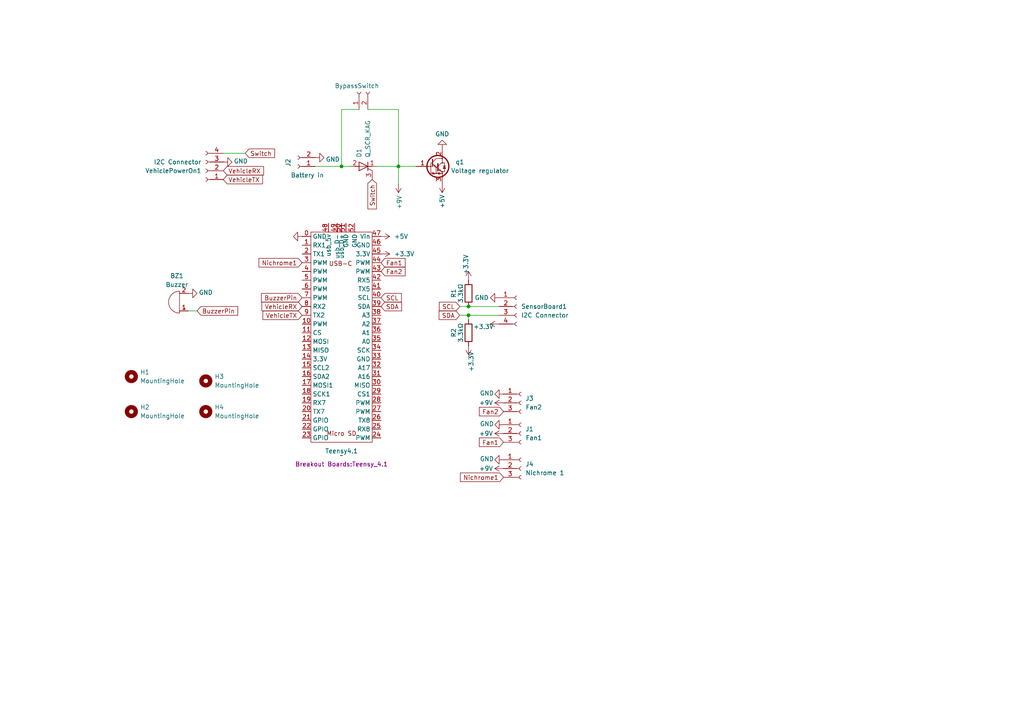
<source format=kicad_sch>
(kicad_sch (version 20231120) (generator "eeschema") (generator_version "8.0")
  (paper "A4")
  (lib_symbols
    (symbol "Breakout Boards:Teensy_4.1"
      (property "Reference" "Teensy4.1" (at 0 0 90))
      (property "Footprint" "Breakout Boards:Teensy_4.1" (at -0.254 36.322 0))
      (symbol "Teensy_4.1_0_1"
        (rectangle (start -8.89 30.48) (end 8.89 -30.48))
      )
      (symbol "Teensy_4.1_1_1"
        (text "Micro SD" (at 0 -27.94 0) (effects (font (size 1.27 1.27))))
        (text "USB-C" (at -0.254 21.336 0) (effects (font (size 1.27 1.27))))
        (pin input line (at -11.43 29.21 0) (length 2.54) (name "GND") (number "0"))
        (pin input line (at -11.43 26.67 0) (length 2.54) (name "RX1") (number "1"))
        (pin input line (at -11.43 3.81 0) (length 2.54) (name "PWM") (number "10"))
        (pin input line (at -11.43 1.27 0) (length 2.54) (name "CS") (number "11"))
        (pin input line (at -11.43 -1.27 0) (length 2.54) (name "MOSI") (number "12"))
        (pin input line (at -11.43 -3.81 0) (length 2.54) (name "MISO") (number "13"))
        (pin input line (at -11.43 -6.35 0) (length 2.54) (name "3.3V") (number "14"))
        (pin input line (at -11.43 -8.89 0) (length 2.54) (name "SCL2") (number "15"))
        (pin input line (at -11.43 -11.43 0) (length 2.54) (name "SDA2") (number "16"))
        (pin input line (at -11.43 -13.97 0) (length 2.54) (name "MOSI1") (number "17"))
        (pin input line (at -11.43 -16.51 0) (length 2.54) (name "SCK1") (number "18"))
        (pin input line (at -11.43 -19.05 0) (length 2.54) (name "RX7") (number "19"))
        (pin input line (at -11.43 24.13 0) (length 2.54) (name "TX1") (number "2"))
        (pin input line (at -11.43 -21.59 0) (length 2.54) (name "TX7") (number "20"))
        (pin input line (at -11.43 -24.13 0) (length 2.54) (name "GPIO") (number "21"))
        (pin input line (at -11.43 -26.67 0) (length 2.54) (name "GPIO") (number "22"))
        (pin input line (at -11.43 -29.21 0) (length 2.54) (name "GPIO") (number "23"))
        (pin input line (at 11.43 -29.21 180) (length 2.54) (name "PWM") (number "24"))
        (pin input line (at 11.43 -26.67 180) (length 2.54) (name "RX8") (number "25"))
        (pin input line (at 11.43 -24.13 180) (length 2.54) (name "TX8") (number "26"))
        (pin input line (at 11.43 -21.59 180) (length 2.54) (name "PWM") (number "27"))
        (pin input line (at 11.43 -19.05 180) (length 2.54) (name "PWM") (number "28"))
        (pin input line (at 11.43 -16.51 180) (length 2.54) (name "CS1") (number "29"))
        (pin input line (at -11.43 21.59 0) (length 2.54) (name "PWM") (number "3"))
        (pin input line (at 11.43 -13.97 180) (length 2.54) (name "MISO") (number "30"))
        (pin input line (at 11.43 -11.43 180) (length 2.54) (name "A16") (number "31"))
        (pin input line (at 11.43 -8.89 180) (length 2.54) (name "A17") (number "32"))
        (pin input line (at 11.43 -6.35 180) (length 2.54) (name "GND") (number "33"))
        (pin input line (at 11.43 -3.81 180) (length 2.54) (name "SCK") (number "34"))
        (pin input line (at 11.43 -1.27 180) (length 2.54) (name "A0") (number "35"))
        (pin input line (at 11.43 1.27 180) (length 2.54) (name "A1") (number "36"))
        (pin input line (at 11.43 3.81 180) (length 2.54) (name "A2") (number "37"))
        (pin input line (at 11.43 6.35 180) (length 2.54) (name "A3") (number "38"))
        (pin input line (at 11.43 8.89 180) (length 2.54) (name "SDA") (number "39"))
        (pin input line (at -11.43 19.05 0) (length 2.54) (name "PWM") (number "4"))
        (pin input line (at 11.43 11.43 180) (length 2.54) (name "SCL") (number "40"))
        (pin input line (at 11.43 13.97 180) (length 2.54) (name "TX5") (number "41"))
        (pin input line (at 11.43 16.51 180) (length 2.54) (name "RX5") (number "42"))
        (pin input line (at 11.43 19.05 180) (length 2.54) (name "PWM") (number "43"))
        (pin input line (at 11.43 21.59 180) (length 2.54) (name "PWM") (number "44"))
        (pin input line (at 11.43 24.13 180) (length 2.54) (name "3.3V") (number "45"))
        (pin input line (at 11.43 26.67 180) (length 2.54) (name "GND") (number "46"))
        (pin input line (at 11.43 29.21 180) (length 2.54) (name "Vin") (number "47"))
        (pin input line (at -3.81 33.02 270) (length 2.54) (name "usb_5v") (number "48"))
        (pin input line (at -1.27 33.02 270) (length 2.54) (name "usb_D-") (number "49"))
        (pin input line (at -11.43 16.51 0) (length 2.54) (name "PWM") (number "5"))
        (pin input line (at 0 33.02 270) (length 2.54) (name "usb_D+") (number "50"))
        (pin input line (at 1.27 33.02 270) (length 2.54) (name "GND") (number "51"))
        (pin input line (at 3.81 33.02 270) (length 2.54) (name "GND") (number "52"))
        (pin input line (at -11.43 13.97 0) (length 2.54) (name "PWM") (number "6"))
        (pin input line (at -11.43 11.43 0) (length 2.54) (name "PWM") (number "7"))
        (pin input line (at -11.43 8.89 0) (length 2.54) (name "RX2") (number "8"))
        (pin input line (at -11.43 6.35 0) (length 2.54) (name "TX2") (number "9"))
      )
    )
    (symbol "Connector:Conn_01x02_Socket" (pin_names (offset 1.016) hide)
      (property "Reference" "J" (at 0 2.54 0))
      (property "Value" "Conn_01x02_Socket" (at 0 -5.08 0))
      (symbol "Conn_01x02_Socket_1_1"
        (arc (start 0 -2.032) (mid -0.5058 -2.54) (end 0 -3.048) (stroke (width 0.1524)))
        (polyline (pts (xy -1.27 -2.54) (xy -0.508 -2.54)) (stroke (width 0.1524)))
        (polyline (pts (xy -1.27 0) (xy -0.508 0)) (stroke (width 0.1524)))
        (arc (start 0 0.508) (mid -0.5058 0) (end 0 -0.508) (stroke (width 0.1524)))
        (pin passive line (at -5.08 0 0) (length 3.81) (name "Pin_1") (number "1"))
        (pin passive line (at -5.08 -2.54 0) (length 3.81) (name "Pin_2") (number "2"))
      )
    )
    (symbol "Connector:Conn_01x03_Socket" (pin_names (offset 1.016) hide)
      (property "Reference" "J" (at 0 5.08 0))
      (property "Value" "Conn_01x03_Socket" (at 0 -5.08 0))
      (symbol "Conn_01x03_Socket_1_1"
        (arc (start 0 -2.032) (mid -0.5058 -2.54) (end 0 -3.048) (stroke (width 0.1524)))
        (polyline (pts (xy -1.27 -2.54) (xy -0.508 -2.54)) (stroke (width 0.1524)))
        (polyline (pts (xy -1.27 0) (xy -0.508 0)) (stroke (width 0.1524)))
        (polyline (pts (xy -1.27 2.54) (xy -0.508 2.54)) (stroke (width 0.1524)))
        (arc (start 0 0.508) (mid -0.5058 0) (end 0 -0.508) (stroke (width 0.1524)))
        (arc (start 0 3.048) (mid -0.5058 2.54) (end 0 2.032) (stroke (width 0.1524)))
        (pin passive line (at -5.08 2.54 0) (length 3.81) (name "Pin_1") (number "1"))
        (pin passive line (at -5.08 0 0) (length 3.81) (name "Pin_2") (number "2"))
        (pin passive line (at -5.08 -2.54 0) (length 3.81) (name "Pin_3") (number "3"))
      )
    )
    (symbol "Connector:Conn_01x04_Socket" (pin_names (offset 1.016) hide)
      (property "Reference" "J" (at 0 5.08 0))
      (property "Value" "Conn_01x04_Socket" (at 0 -7.62 0))
      (symbol "Conn_01x04_Socket_1_1"
        (arc (start 0 -4.572) (mid -0.5058 -5.08) (end 0 -5.588) (stroke (width 0.1524)))
        (arc (start 0 -2.032) (mid -0.5058 -2.54) (end 0 -3.048) (stroke (width 0.1524)))
        (polyline (pts (xy -1.27 -5.08) (xy -0.508 -5.08)) (stroke (width 0.1524)))
        (polyline (pts (xy -1.27 -2.54) (xy -0.508 -2.54)) (stroke (width 0.1524)))
        (polyline (pts (xy -1.27 0) (xy -0.508 0)) (stroke (width 0.1524)))
        (polyline (pts (xy -1.27 2.54) (xy -0.508 2.54)) (stroke (width 0.1524)))
        (arc (start 0 0.508) (mid -0.5058 0) (end 0 -0.508) (stroke (width 0.1524)))
        (arc (start 0 3.048) (mid -0.5058 2.54) (end 0 2.032) (stroke (width 0.1524)))
        (pin passive line (at -5.08 2.54 0) (length 3.81) (name "Pin_1") (number "1"))
        (pin passive line (at -5.08 0 0) (length 3.81) (name "Pin_2") (number "2"))
        (pin passive line (at -5.08 -2.54 0) (length 3.81) (name "Pin_3") (number "3"))
        (pin passive line (at -5.08 -5.08 0) (length 3.81) (name "Pin_4") (number "4"))
      )
    )
    (symbol "Device:Buzzer" (pin_names (offset 0.0254) hide)
      (property "Reference" "BZ" (at 3.81 1.27 0))
      (property "Value" "Buzzer" (at 3.81 -1.27 0))
      (symbol "Buzzer_0_1"
        (arc (start 0 -3.175) (mid 3.1612 0) (end 0 3.175))
        (polyline (pts (xy -1.651 1.905) (xy -1.143 1.905)))
        (polyline (pts (xy -1.397 2.159) (xy -1.397 1.651)))
        (polyline (pts (xy 0 3.175) (xy 0 -3.175)))
      )
      (symbol "Buzzer_1_1"
        (pin passive line (at -2.54 2.54 0) (length 2.54) (name "-") (number "1"))
        (pin passive line (at -2.54 -2.54 0) (length 2.54) (name "+") (number "2"))
      )
    )
    (symbol "Device:Q_SCR_KAG" (pin_names (offset 0) hide)
      (property "Reference" "D" (at 1.905 0.635 0))
      (property "Value" "Q_SCR_KAG" (at 1.905 -1.27 0))
      (symbol "Q_SCR_KAG_0_1"
        (polyline (pts (xy -1.27 -2.54) (xy -0.635 -1.27)))
        (polyline (pts (xy -1.27 -1.27) (xy 1.27 -1.27)) (stroke (width 0.2032)))
        (polyline (pts (xy 0 -2.54) (xy 0 2.54)))
        (polyline (pts (xy -1.27 1.27) (xy 1.27 1.27) (xy 0 -1.27) (xy -1.27 1.27)) (stroke (width 0.2032)))
      )
      (symbol "Q_SCR_KAG_1_1"
        (pin passive line (at 0 -3.81 90) (length 2.54) (name "K") (number "1"))
        (pin passive line (at 0 3.81 270) (length 2.54) (name "A") (number "2"))
        (pin input line (at -3.81 -2.54 0) (length 2.54) (name "G") (number "3"))
      )
    )
    (symbol "Device:R" (pin_numbers hide) (pin_names (offset 0))
      (property "Reference" "R" (at 2.032 0 90))
      (property "Value" "R" (at 0 0 90))
      (symbol "R_0_1"
        (rectangle (start -1.016 -2.54) (end 1.016 2.54) (stroke (width 0.254)))
      )
      (symbol "R_1_1"
        (pin passive line (at 0 3.81 270) (length 1.27) (name "~") (number "1"))
        (pin passive line (at 0 -3.81 90) (length 1.27) (name "~") (number "2"))
      )
    )
    (symbol "Mechanical:MountingHole" (pin_names (offset 1.016))
      (property "Reference" "H" (at 0 5.08 0))
      (property "Value" "MountingHole" (at 0 3.175 0))
      (symbol "MountingHole_0_1"
        (circle (center 0 0) (radius 1.27) (stroke (width 1.27)))
      )
    )
    (symbol "Transistor_BJT:TIP120" (pin_names (offset 0) hide)
      (property "Reference" "Q" (at 5.08 1.905 0))
      (property "Value" "TIP120" (at 5.08 0 0))
      (symbol "TIP120_0_1"
        (circle (center -0.762 0) (radius 0.127))
        (polyline (pts (xy -1.27 0) (xy -0.889 0)))
        (polyline (pts (xy 2.54 -2.032) (xy 2.54 -2.54)))
        (polyline (pts (xy 2.54 -1.524) (xy 3.175 -1.524)))
        (polyline (pts (xy 2.794 0.127) (xy 3.556 0.127)))
        (polyline (pts (xy 3.175 -0.635) (xy 3.175 -1.524)))
        (polyline (pts (xy 3.175 1.016) (xy 2.54 1.016)))
        (polyline (pts (xy 3.175 1.016) (xy 3.175 0.127)))
        (polyline (pts (xy -0.254 0.762) (xy 0.762 -0.254) (xy 1.27 -0.254)))
        (polyline (pts (xy -0.254 1.016) (xy -0.762 1.016) (xy -0.762 -2.032)))
        (polyline (pts (xy -0.254 1.27) (xy 0.762 2.286) (xy 2.54 2.286)))
        (polyline (pts (xy -0.254 2.032) (xy -0.254 0) (xy -0.254 0)) (stroke (width 0.3048)))
        (polyline (pts (xy 1.27 0.762) (xy 1.27 -1.27) (xy 1.27 -1.27)) (stroke (width 0.381)))
        (polyline (pts (xy 0.635 -0.127) (xy 0.381 0.381) (xy 0.127 0.127) (xy 0.635 -0.127)))
        (polyline (pts (xy 1.27 -0.508) (xy 2.286 -1.524) (xy 2.54 -1.524) (xy 2.54 -2.032)))
        (polyline (pts (xy 1.27 0) (xy 2.286 1.016) (xy 2.54 1.016) (xy 2.54 2.286)))
        (polyline (pts (xy 2.159 -1.397) (xy 1.905 -0.889) (xy 1.651 -1.143) (xy 2.159 -1.397)))
        (polyline (pts (xy 3.175 0.127) (xy 2.794 -0.635) (xy 3.556 -0.635) (xy 3.175 0.127)) (fill (type outline)))
        (polyline (pts (xy 0.762 -2.032) (xy 0.381 -2.032) (xy 0.254 -2.286) (xy 0.127 -1.778) (xy 0 -2.286) (xy -0.127 -1.778) (xy -0.254 -2.286) (xy -0.381 -1.778) (xy -0.508 -2.032) (xy -0.762 -2.032)))
        (polyline (pts (xy 0.762 -0.254) (xy 0.762 -2.032) (xy 1.143 -2.032) (xy 1.27 -1.778) (xy 1.397 -2.286) (xy 1.524 -1.778) (xy 1.651 -2.286) (xy 1.778 -1.778) (xy 1.905 -2.286) (xy 2.032 -2.032) (xy 2.54 -2.032)))
        (circle (center 0.762 -2.032) (radius 0.127))
        (circle (center 0.762 -0.254) (radius 0.127))
        (circle (center 1.27 0) (radius 3.175) (stroke (width 0.3556)))
        (circle (center 2.54 -2.032) (radius 0.127))
        (circle (center 2.54 -1.524) (radius 0.127))
        (circle (center 2.54 1.016) (radius 0.127))
        (circle (center 2.54 2.286) (radius 0.127))
      )
      (symbol "TIP120_1_1"
        (pin input line (at -5.08 0 0) (length 3.81) (name "B") (number "1"))
        (pin passive line (at 2.54 5.08 270) (length 2.667) (name "C") (number "2"))
        (pin passive line (at 2.54 -5.08 90) (length 2.54) (name "E") (number "3"))
      )
    )
    (symbol "power:+3.3V" (power) (pin_names (offset 0))
      (property "Value" "+3.3V" (at 0 3.556 0))
      (symbol "+3.3V_0_1"
        (polyline (pts (xy -0.762 1.27) (xy 0 2.54)))
        (polyline (pts (xy 0 0) (xy 0 2.54)))
        (polyline (pts (xy 0 2.54) (xy 0.762 1.27)))
      )
      (symbol "+3.3V_1_1"
        (pin power_in line (at 0 0 90) (length 0) hide (name "+3.3V") (number "1"))
      )
    )
    (symbol "power:+5V" (power) (pin_names (offset 0))
      (property "Value" "+5V" (at 0 3.556 0))
      (symbol "+5V_0_1"
        (polyline (pts (xy -0.762 1.27) (xy 0 2.54)))
        (polyline (pts (xy 0 0) (xy 0 2.54)))
        (polyline (pts (xy 0 2.54) (xy 0.762 1.27)))
      )
      (symbol "+5V_1_1"
        (pin power_in line (at 0 0 90) (length 0) hide (name "+5V") (number "1"))
      )
    )
    (symbol "power:+9V" (power) (pin_names (offset 0))
      (property "Value" "+9V" (at 0 3.556 0))
      (symbol "+9V_0_1"
        (polyline (pts (xy -0.762 1.27) (xy 0 2.54)))
        (polyline (pts (xy 0 0) (xy 0 2.54)))
        (polyline (pts (xy 0 2.54) (xy 0.762 1.27)))
      )
      (symbol "+9V_1_1"
        (pin power_in line (at 0 0 90) (length 0) hide (name "+9V") (number "1"))
      )
    )
    (symbol "power:GND" (power) (pin_numbers hide) (pin_names (offset 0) hide)
      (property "Value" "GND" (at 0 -3.81 0))
      (symbol "GND_0_1"
        (polyline (pts (xy 0 0) (xy 0 -1.27) (xy 1.27 -1.27) (xy 0 -2.54) (xy -1.27 -1.27) (xy 0 -1.27)))
      )
      (symbol "GND_1_1"
        (pin power_in line (at 0 0 270) (length 0) (name "~") (number "1"))
      )
    )
  )
  (junction (at 115.57 48.26))
  (junction (at 99.06 48.26))
  (junction (at 135.89 88.9))
  (junction (at 135.89 91.44))
  (wire (pts (xy 115.57 31.75) (xy 115.57 48.26)))
  (wire (pts (xy 99.06 48.26) (xy 91.44 48.26)))
  (wire (pts (xy 135.89 92.71) (xy 135.89 91.44)))
  (wire (pts (xy 135.89 91.44) (xy 144.78 91.44)))
  (wire (pts (xy 99.06 31.75) (xy 104.14 31.75)))
  (wire (pts (xy 133.35 91.44) (xy 135.89 91.44)))
  (wire (pts (xy 106.68 31.75) (xy 115.57 31.75)))
  (wire (pts (xy 115.57 48.26) (xy 120.65 48.26)))
  (wire (pts (xy 101.6 48.26) (xy 99.06 48.26)))
  (wire (pts (xy 133.35 88.9) (xy 135.89 88.9)))
  (wire (pts (xy 135.89 88.9) (xy 144.78 88.9)))
  (wire (pts (xy 109.22 48.26) (xy 115.57 48.26)))
  (wire (pts (xy 115.57 53.34) (xy 115.57 48.26)))
  (wire (pts (xy 54.61 90.17) (xy 57.15 90.17)))
  (wire (pts (xy 71.12 44.45) (xy 64.77 44.45)))
  (wire (pts (xy 99.06 48.26) (xy 99.06 31.75)))
  (global_label "VehicleRX" (shape input) (at 64.77 49.53 0) (property "Intersheetrefs" "${INTERSHEET_REFS}" (effects (hide yes))))
  (global_label "VehicleRX" (shape input) (at 87.63 88.9 180) (property "Intersheetrefs" "${INTERSHEET_REFS}" (effects (hide yes))))
  (global_label "VehicleTX" (shape input) (at 64.77 52.07 0) (property "Intersheetrefs" "${INTERSHEET_REFS}" (effects (hide yes))))
  (global_label "SDA" (shape input) (at 110.49 88.9 0) (property "Intersheetrefs" "${INTERSHEET_REFS}" (effects (hide yes))))
  (global_label "Switch" (shape input) (at 71.12 44.45 0) (property "Intersheetrefs" "${INTERSHEET_REFS}" (effects (hide yes))))
  (global_label "Nichrome1" (shape input) (at 146.05 138.43 180) (property "Intersheetrefs" "${INTERSHEET_REFS}" (effects (hide yes))))
  (global_label "SDA" (shape input) (at 133.35 91.44 180) (property "Intersheetrefs" "${INTERSHEET_REFS}" (effects (hide yes))))
  (global_label "SCL" (shape input) (at 110.49 86.36 0) (property "Intersheetrefs" "${INTERSHEET_REFS}" (effects (hide yes))))
  (global_label "SCL" (shape input) (at 133.35 88.9 180) (property "Intersheetrefs" "${INTERSHEET_REFS}" (effects (hide yes))))
  (global_label "BuzzerPin" (shape input) (at 57.15 90.17 0) (property "Intersheetrefs" "${INTERSHEET_REFS}" (effects (hide yes))))
  (global_label "Nichrome1" (shape input) (at 87.63 76.2 180) (property "Intersheetrefs" "${INTERSHEET_REFS}" (effects (hide yes))))
  (global_label "Fan2" (shape input) (at 110.49 78.74 0) (property "Intersheetrefs" "${INTERSHEET_REFS}" (effects (hide yes))))
  (global_label "Fan1" (shape input) (at 110.49 76.2 0) (property "Intersheetrefs" "${INTERSHEET_REFS}" (effects (hide yes))))
  (global_label "Fan2" (shape input) (at 146.05 119.38 180) (property "Intersheetrefs" "${INTERSHEET_REFS}" (effects (hide yes))))
  (global_label "BuzzerPin" (shape input) (at 87.63 86.36 180) (property "Intersheetrefs" "${INTERSHEET_REFS}" (effects (hide yes))))
  (global_label "Switch" (shape input) (at 107.95 52.07 270) (property "Intersheetrefs" "${INTERSHEET_REFS}" (effects (hide yes))))
  (global_label "Fan1" (shape input) (at 146.05 128.27 180) (property "Intersheetrefs" "${INTERSHEET_REFS}" (effects (hide yes))))
  (global_label "VehicleTX" (shape input) (at 87.63 91.44 180) (property "Intersheetrefs" "${INTERSHEET_REFS}" (effects (hide yes))))
  (symbol (lib_id "Mechanical:MountingHole") (at 59.69 119.38 0) (unit 1)
    (property "Reference" "H4" (at 62.23 118.11 0) (effects (justify left)))
    (property "Value" "MountingHole" (at 62.23 120.65 0) (effects (justify left)))
    (property "Footprint" "MountingHole:MountingHole_3.2mm_M3" (effects (hide yes)))
  )
  (symbol (lib_id "Connector:Conn_01x02_Socket") (at 104.14 26.67 90) (unit 1)
    (property "Reference" "J5" (effects (hide yes)))
    (property "Value" "BypassSwitch" (at 109.982 24.892 90) (effects (justify left)))
    (property "Footprint" "Connector_JST:JST_XH_B2B-XH-A_1x02_P2.50mm_Vertical" (effects (hide yes)))
  )
  (symbol (lib_id "power:GND") (at 146.05 133.35 270) (unit 1)
    (property "Reference" "#PWR013" (effects (hide yes)))
    (property "Value" "GND" (at 141.224 133.096 90))
    (property "Description" "Power symbol creates a global label with name \"GND\" , ground" (effects (hide yes)))
  )
  (symbol (lib_id "power:GND") (at 54.61 85.09 90) (unit 1)
    (property "Reference" "#PWR02" (effects (hide yes)))
    (property "Value" "GND" (at 59.69 84.836 90))
    (property "Description" "Power symbol creates a global label with name \"GND\" , ground" (effects (hide yes)))
  )
  (symbol (lib_id "power:GND") (at 64.77 46.99 90) (unit 1)
    (property "Reference" "#PWR019" (effects (hide yes)))
    (property "Value" "GND" (at 69.85 46.736 90))
    (property "Description" "Power symbol creates a global label with name \"GND\" , ground" (effects (hide yes)))
  )
  (symbol (lib_id "Connector:Conn_01x03_Socket") (at 151.13 116.84 0) (unit 1)
    (property "Reference" "J3" (at 152.4 115.5699 0) (effects (justify left)))
    (property "Value" "Fan2" (at 152.4 118.1099 0) (effects (justify left)))
    (property "Footprint" "Connector_JST:JST_XH_B3B-XH-A_1x03_P2.50mm_Vertical" (effects (hide yes)))
  )
  (symbol (lib_id "Connector:Conn_01x02_Socket") (at 86.36 48.26 180) (unit 1)
    (property "Reference" "J2" (at 83.566 45.974 90) (effects (justify left)))
    (property "Value" "Battery in" (at 93.98 50.8 0) (effects (justify left)))
    (property "Footprint" "Connector_JST:JST_XH_B2B-XH-A_1x02_P2.50mm_Vertical" (effects (hide yes)))
  )
  (symbol (lib_id "power:+3.3V") (at 110.49 73.66 270) (unit 1)
    (property "Reference" "#PWR07" (effects (hide yes)))
    (property "Value" "+3.3V" (at 114.3 73.6599 90) (effects (justify left)))
  )
  (symbol (lib_id "Device:Buzzer") (at 52.07 87.63 180) (unit 1)
    (property "Reference" "BZ1" (at 51.3149 80.01 0))
    (property "Value" "Buzzer" (at 51.3149 82.55 0))
    (property "Footprint" "Buzzer_Beeper:Buzzer_12x9.5RM7.6" (effects (hide yes)))
  )
  (symbol (lib_id "Connector:Conn_01x03_Socket") (at 151.13 135.89 0) (unit 1)
    (property "Reference" "J4" (at 152.4 134.62 0) (effects (justify left)))
    (property "Value" "Nichrome 1" (at 152.4 137.16 0) (effects (justify left)))
    (property "Footprint" "Connector_JST:JST_XH_B3B-XH-A_1x03_P2.50mm_Vertical" (effects (hide yes)))
  )
  (symbol (lib_id "power:+3.3V") (at 144.78 93.98 90) (unit 1)
    (property "Reference" "#PWR018" (effects (hide yes)))
    (property "Value" "+3.3V" (at 140.208 94.742 90))
    (property "Description" "Power symbol creates a global label with name \"+3.3V\"" (effects (hide yes)))
  )
  (symbol (lib_id "Connector:Conn_01x03_Socket") (at 151.13 125.73 0) (unit 1)
    (property "Reference" "J1" (at 152.4 124.4599 0) (effects (justify left)))
    (property "Value" "Fan1" (at 152.4 126.9999 0) (effects (justify left)))
    (property "Footprint" "Connector_JST:JST_XH_B3B-XH-A_1x03_P2.50mm_Vertical" (effects (hide yes)))
  )
  (symbol (lib_id "power:+9V") (at 146.05 116.84 90) (unit 1)
    (property "Reference" "#PWR012" (effects (hide yes)))
    (property "Value" "+9V" (at 140.97 116.84 90))
  )
  (symbol (lib_id "Device:Q_SCR_KAG") (at 105.41 48.26 90) (unit 1)
    (property "Reference" "D1" (at 104.14 45.72 0) (effects (justify left)))
    (property "Value" "Q_SCR_KAG" (at 106.68 45.72 0) (effects (justify left)))
    (property "Footprint" "Package_TO_SOT_THT:TO-220-3_Vertical" (effects (hide yes)))
  )
  (symbol (lib_id "power:GND") (at 146.05 114.3 270) (unit 1)
    (property "Reference" "#PWR011" (effects (hide yes)))
    (property "Value" "GND" (at 141.224 114.046 90))
    (property "Description" "Power symbol creates a global label with name \"GND\" , ground" (effects (hide yes)))
  )
  (symbol (lib_id "Connector:Conn_01x04_Socket") (at 149.86 88.9 0) (unit 1)
    (property "Reference" "SensorBoard1" (at 151.13 88.8999 0) (effects (justify left)))
    (property "Value" "I2C Connector" (at 151.13 91.4399 0) (effects (justify left)))
    (property "Footprint" "Connector_JST:JST_XH_B4B-XH-A_1x04_P2.50mm_Vertical" (effects (hide yes)))
  )
  (symbol (lib_id "power:+3.3V") (at 135.89 81.28 0) (unit 1)
    (property "Reference" "#PWR015" (effects (hide yes)))
    (property "Value" "+3.3V" (at 135.128 76.708 90))
    (property "Description" "Power symbol creates a global label with name \"+3.3V\"" (effects (hide yes)))
  )
  (symbol (lib_id "power:GND") (at 144.78 86.36 270) (unit 1)
    (property "Reference" "#PWR017" (effects (hide yes)))
    (property "Value" "GND" (at 139.7 86.36 90))
    (property "Description" "Power symbol creates a global label with name \"GND\" , ground" (effects (hide yes)))
  )
  (symbol (lib_id "power:+9V") (at 115.57 53.34 180) (unit 1)
    (property "Reference" "#PWR08" (effects (hide yes)))
    (property "Value" "+9V" (at 115.824 58.674 90))
  )
  (symbol (lib_id "power:+5V") (at 110.49 68.58 270) (unit 1)
    (property "Reference" "#PWR06" (effects (hide yes)))
    (property "Value" "+5V" (at 114.3 68.5799 90) (effects (justify left)))
  )
  (symbol (lib_id "power:GND") (at 146.05 123.19 270) (unit 1)
    (property "Reference" "#PWR01" (effects (hide yes)))
    (property "Value" "GND" (at 141.224 122.936 90))
    (property "Description" "Power symbol creates a global label with name \"GND\" , ground" (effects (hide yes)))
  )
  (symbol (lib_id "Mechanical:MountingHole") (at 38.1 109.22 0) (unit 1)
    (property "Reference" "H1" (at 40.64 107.95 0) (effects (justify left)))
    (property "Value" "MountingHole" (at 40.64 110.49 0) (effects (justify left)))
    (property "Footprint" "MountingHole:MountingHole_3.2mm_M3" (effects (hide yes)))
  )
  (symbol (lib_id "Connector:Conn_01x04_Socket") (at 59.69 49.53 180) (unit 1)
    (property "Reference" "VehiclePowerOn1" (at 58.42 49.5301 0) (effects (justify left)))
    (property "Value" "I2C Connector" (at 58.42 46.9901 0) (effects (justify left)))
    (property "Footprint" "Connector_JST:JST_XH_B4B-XH-A_1x04_P2.50mm_Vertical" (effects (hide yes)))
  )
  (symbol (lib_id "Device:R") (at 135.89 85.09 180) (unit 1)
    (property "Reference" "R1" (at 131.572 85.09 90))
    (property "Value" "3.3kΩ" (at 133.604 85.09 90))
    (property "Footprint" "Resistor_SMD:R_0805_2012Metric_Pad1.20x1.40mm_HandSolder" (effects (hide yes)))
    (property "Description" "Resistor" (effects (hide yes)))
  )
  (symbol (lib_id "Mechanical:MountingHole") (at 59.69 110.49 0) (unit 1)
    (property "Reference" "H3" (at 62.23 109.22 0) (effects (justify left)))
    (property "Value" "MountingHole" (at 62.23 111.76 0) (effects (justify left)))
    (property "Footprint" "MountingHole:MountingHole_3.2mm_M3" (effects (hide yes)))
  )
  (symbol (lib_id "power:+3.3V") (at 135.89 100.33 180) (unit 1)
    (property "Reference" "#PWR016" (effects (hide yes)))
    (property "Value" "+3.3V" (at 136.652 104.902 90))
    (property "Description" "Power symbol creates a global label with name \"+3.3V\"" (effects (hide yes)))
  )
  (symbol (lib_id "power:GND") (at 128.27 43.18 180) (unit 1)
    (property "Reference" "#PWR09" (effects (hide yes)))
    (property "Value" "GND" (at 128.27 38.862 0))
    (property "Description" "Power symbol creates a global label with name \"GND\" , ground" (effects (hide yes)))
  )
  (symbol (lib_id "Transistor_BJT:TIP120") (at 125.73 48.26 0) (unit 1)
    (property "Reference" "q1" (at 132.08 46.99 0) (effects (justify left)))
    (property "Value" "Voltage regulator" (at 130.81 49.53 0) (effects (justify left)))
    (property "Footprint" "Package_TO_SOT_THT:TO-220-3_Vertical" (effects (hide yes)))
    (property "Datasheet" "https://www.onsemi.com/pub/Collateral/TIP120-D.PDF" (effects (hide yes)))
  )
  (symbol (lib_id "power:+5V") (at 128.27 53.34 180) (unit 1)
    (property "Reference" "#PWR010" (effects (hide yes)))
    (property "Value" "+5V" (at 128.27 58.42 90))
  )
  (symbol (lib_id "power:GND") (at 87.63 68.58 270) (unit 1)
    (property "Reference" "#PWR04" (effects (hide yes)))
    (property "Value" "GND" (effects (hide yes)))
    (property "Description" "Power symbol creates a global label with name \"GND\" , ground" (effects (hide yes)))
  )
  (symbol (lib_id "Mechanical:MountingHole") (at 38.1 119.38 0) (unit 1)
    (property "Reference" "H2" (at 40.64 118.11 0) (effects (justify left)))
    (property "Value" "MountingHole" (at 40.64 120.65 0) (effects (justify left)))
    (property "Footprint" "MountingHole:MountingHole_3.2mm_M3" (effects (hide yes)))
  )
  (symbol (lib_id "power:+9V") (at 146.05 135.89 90) (unit 1)
    (property "Reference" "#PWR014" (effects (hide yes)))
    (property "Value" "+9V" (at 140.97 135.89 90))
  )
  (symbol (lib_id "Breakout Boards:Teensy_4.1") (at 99.06 97.79 0) (unit 1)
    (property "Reference" "Teensy4.1" (at 99.06 130.81 0))
    (property "Value" "~" (at 99.06 132.08 0))
    (property "Footprint" "Breakout Boards:Teensy_4.1" (at 99.06 134.62 0))
  )
  (symbol (lib_id "power:GND") (at 91.44 45.72 90) (unit 1)
    (property "Reference" "#PWR05" (effects (hide yes)))
    (property "Value" "GND" (at 96.52 46.228 90))
    (property "Description" "Power symbol creates a global label with name \"GND\" , ground" (effects (hide yes)))
  )
  (symbol (lib_id "power:+9V") (at 146.05 125.73 90) (unit 1)
    (property "Reference" "#PWR03" (effects (hide yes)))
    (property "Value" "+9V" (at 140.97 125.73 90))
  )
  (symbol (lib_id "Device:R") (at 135.89 96.52 180) (unit 1)
    (property "Reference" "R2" (at 131.572 96.52 90))
    (property "Value" "3.3kΩ" (at 133.604 96.52 90))
    (property "Footprint" "Resistor_SMD:R_0805_2012Metric_Pad1.20x1.40mm_HandSolder" (effects (hide yes)))
    (property "Description" "Resistor" (effects (hide yes)))
  )
)
</source>
